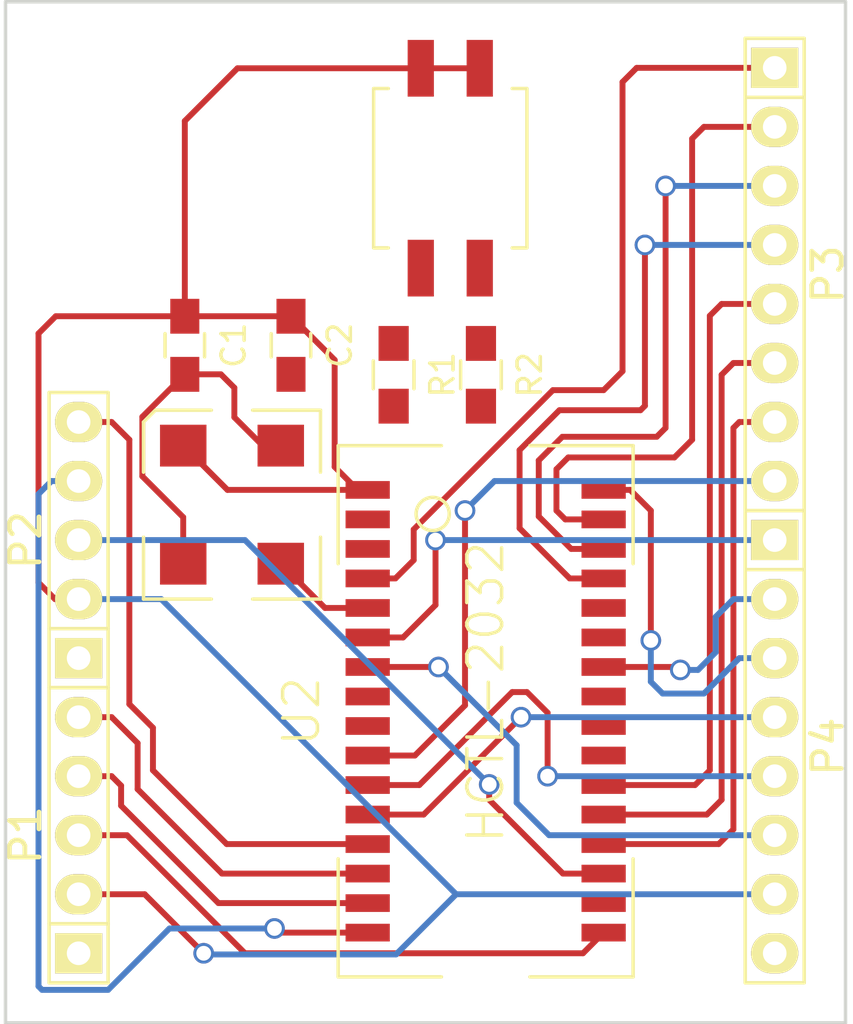
<source format=kicad_pcb>
(kicad_pcb (version 4) (host pcbnew "(2014-08-05 BZR 5054)-product")

  (general
    (links 40)
    (no_connects 9)
    (area 127.585399 90.044199 163.905001 134.136201)
    (thickness 1.6)
    (drawings 4)
    (tracks 169)
    (zones 0)
    (modules 11)
    (nets 35)
  )

  (page A4)
  (layers
    (0 F.Cu signal)
    (31 B.Cu signal)
    (32 B.Adhes user)
    (33 F.Adhes user)
    (34 B.Paste user)
    (35 F.Paste user)
    (36 B.SilkS user)
    (37 F.SilkS user)
    (38 B.Mask user)
    (39 F.Mask user)
    (40 Dwgs.User user)
    (41 Cmts.User user)
    (42 Eco1.User user)
    (43 Eco2.User user)
    (44 Edge.Cuts user)
    (45 Margin user)
    (46 B.CrtYd user)
    (47 F.CrtYd user)
    (48 B.Fab user)
    (49 F.Fab user)
  )

  (setup
    (last_trace_width 0.254)
    (trace_clearance 0.254)
    (zone_clearance 0.508)
    (zone_45_only no)
    (trace_min 0.254)
    (segment_width 0.2)
    (edge_width 0.15)
    (via_size 0.889)
    (via_drill 0.635)
    (via_min_size 0.889)
    (via_min_drill 0.508)
    (uvia_size 0.508)
    (uvia_drill 0.127)
    (uvias_allowed no)
    (uvia_min_size 0.508)
    (uvia_min_drill 0.127)
    (pcb_text_width 0.3)
    (pcb_text_size 1.5 1.5)
    (mod_edge_width 0.15)
    (mod_text_size 1.5 1.5)
    (mod_text_width 0.15)
    (pad_size 1.4 1.4)
    (pad_drill 0.6)
    (pad_to_mask_clearance 0.2)
    (aux_axis_origin 0 0)
    (visible_elements FFFFFFFF)
    (pcbplotparams
      (layerselection 0x00030_80000001)
      (usegerberextensions false)
      (excludeedgelayer true)
      (linewidth 0.100000)
      (plotframeref false)
      (viasonmask false)
      (mode 1)
      (useauxorigin false)
      (hpglpennumber 1)
      (hpglpenspeed 20)
      (hpglpendiameter 15)
      (hpglpenoverlay 2)
      (psnegative false)
      (psa4output false)
      (plotreference true)
      (plotvalue true)
      (plotinvisibletext false)
      (padsonsilk false)
      (subtractmaskfromsilk false)
      (outputformat 1)
      (mirror false)
      (drillshape 1)
      (scaleselection 1)
      (outputdirectory ""))
  )

  (net 0 "")
  (net 1 VCC)
  (net 2 "Net-(C1-Pad2)")
  (net 3 GND)
  (net 4 "Net-(P1-Pad3)")
  (net 5 "Net-(P1-Pad4)")
  (net 6 "Net-(P1-Pad5)")
  (net 7 "Net-(P2-Pad3)")
  (net 8 "Net-(P2-Pad4)")
  (net 9 "Net-(P2-Pad5)")
  (net 10 "Net-(P3-Pad1)")
  (net 11 "Net-(P3-Pad2)")
  (net 12 "Net-(P3-Pad3)")
  (net 13 "Net-(P3-Pad4)")
  (net 14 "Net-(P3-Pad5)")
  (net 15 "Net-(P3-Pad6)")
  (net 16 "Net-(P3-Pad7)")
  (net 17 "Net-(P3-Pad8)")
  (net 18 "Net-(R1-Pad1)")
  (net 19 "Net-(R2-Pad1)")
  (net 20 "Net-(U1-Pad3)")
  (net 21 "Net-(U2-Pad2)")
  (net 22 "Net-(U2-Pad8)")
  (net 23 "Net-(U2-Pad9)")
  (net 24 "Net-(U2-Pad23)")
  (net 25 "Net-(U2-Pad24)")
  (net 26 "Net-(U2-Pad25)")
  (net 27 "Net-(U2-Pad27)")
  (net 28 "Net-(U2-Pad28)")
  (net 29 "Net-(P4-Pad1)")
  (net 30 "Net-(P4-Pad2)")
  (net 31 "Net-(P4-Pad3)")
  (net 32 "Net-(P4-Pad4)")
  (net 33 "Net-(P4-Pad5)")
  (net 34 "Net-(P4-Pad6)")

  (net_class Default "This is the default net class."
    (clearance 0.254)
    (trace_width 0.254)
    (via_dia 0.889)
    (via_drill 0.635)
    (uvia_dia 0.508)
    (uvia_drill 0.127)
    (add_net GND)
    (add_net "Net-(C1-Pad2)")
    (add_net "Net-(P1-Pad3)")
    (add_net "Net-(P1-Pad4)")
    (add_net "Net-(P1-Pad5)")
    (add_net "Net-(P2-Pad3)")
    (add_net "Net-(P2-Pad4)")
    (add_net "Net-(P2-Pad5)")
    (add_net "Net-(P3-Pad1)")
    (add_net "Net-(P3-Pad2)")
    (add_net "Net-(P3-Pad3)")
    (add_net "Net-(P3-Pad4)")
    (add_net "Net-(P3-Pad5)")
    (add_net "Net-(P3-Pad6)")
    (add_net "Net-(P3-Pad7)")
    (add_net "Net-(P3-Pad8)")
    (add_net "Net-(P4-Pad1)")
    (add_net "Net-(P4-Pad2)")
    (add_net "Net-(P4-Pad3)")
    (add_net "Net-(P4-Pad4)")
    (add_net "Net-(P4-Pad5)")
    (add_net "Net-(P4-Pad6)")
    (add_net "Net-(R1-Pad1)")
    (add_net "Net-(R2-Pad1)")
    (add_net "Net-(U1-Pad3)")
    (add_net "Net-(U2-Pad2)")
    (add_net "Net-(U2-Pad23)")
    (add_net "Net-(U2-Pad24)")
    (add_net "Net-(U2-Pad25)")
    (add_net "Net-(U2-Pad27)")
    (add_net "Net-(U2-Pad28)")
    (add_net "Net-(U2-Pad8)")
    (add_net "Net-(U2-Pad9)")
    (add_net VCC)
  )

  (module Capacitors_SMD:C_0805_HandSoldering (layer F.Cu) (tedit 54542039) (tstamp 54540D75)
    (at 135.382 104.902 270)
    (descr "Capacitor SMD 0805, hand soldering")
    (tags "capacitor 0805")
    (path /5452BE4F)
    (attr smd)
    (fp_text reference C1 (at 0 -2.1 270) (layer F.SilkS)
      (effects (font (size 1 1) (thickness 0.15)))
    )
    (fp_text value 100n (at 0 2.1 270) (layer F.SilkS) hide
      (effects (font (size 1 1) (thickness 0.15)))
    )
    (fp_line (start -2.3 -1) (end 2.3 -1) (layer F.CrtYd) (width 0.05))
    (fp_line (start -2.3 1) (end 2.3 1) (layer F.CrtYd) (width 0.05))
    (fp_line (start -2.3 -1) (end -2.3 1) (layer F.CrtYd) (width 0.05))
    (fp_line (start 2.3 -1) (end 2.3 1) (layer F.CrtYd) (width 0.05))
    (fp_line (start 0.5 -0.85) (end -0.5 -0.85) (layer F.SilkS) (width 0.15))
    (fp_line (start -0.5 0.85) (end 0.5 0.85) (layer F.SilkS) (width 0.15))
    (pad 1 smd rect (at -1.25 0 270) (size 1.5 1.25) (layers F.Cu F.Paste F.Mask)
      (net 1 VCC))
    (pad 2 smd rect (at 1.25 0 270) (size 1.5 1.25) (layers F.Cu F.Paste F.Mask)
      (net 2 "Net-(C1-Pad2)"))
    (model Capacitors_SMD/C_0805N.wrl
      (at (xyz 0 0 0))
      (scale (xyz 1 1 1))
      (rotate (xyz 0 0 0))
    )
  )

  (module Capacitors_SMD:C_0805_HandSoldering (layer F.Cu) (tedit 5454205E) (tstamp 54540D81)
    (at 139.954 104.902 270)
    (descr "Capacitor SMD 0805, hand soldering")
    (tags "capacitor 0805")
    (path /54540407)
    (zone_connect 0)
    (attr smd)
    (fp_text reference C2 (at 0 -2.1 270) (layer F.SilkS)
      (effects (font (size 1 1) (thickness 0.15)))
    )
    (fp_text value 10u (at 0 2.1 270) (layer F.SilkS) hide
      (effects (font (size 1 1) (thickness 0.15)))
    )
    (fp_line (start -2.3 -1) (end 2.3 -1) (layer F.CrtYd) (width 0.05))
    (fp_line (start -2.3 1) (end 2.3 1) (layer F.CrtYd) (width 0.05))
    (fp_line (start -2.3 -1) (end -2.3 1) (layer F.CrtYd) (width 0.05))
    (fp_line (start 2.3 -1) (end 2.3 1) (layer F.CrtYd) (width 0.05))
    (fp_line (start 0.5 -0.85) (end -0.5 -0.85) (layer F.SilkS) (width 0.15))
    (fp_line (start -0.5 0.85) (end 0.5 0.85) (layer F.SilkS) (width 0.15))
    (pad 1 smd rect (at -1.25 0 270) (size 1.5 1.25) (layers F.Cu F.Paste F.Mask)
      (net 1 VCC) (zone_connect 0))
    (pad 2 smd rect (at 1.25 0 270) (size 1.5 1.25) (layers F.Cu F.Paste F.Mask)
      (net 3 GND) (zone_connect 0))
    (model Capacitors_SMD/C_0805N.wrl
      (at (xyz 0 0 0))
      (scale (xyz 1 1 1))
      (rotate (xyz 0 0 0))
    )
  )

  (module Pin_Headers:Pin_Header_Straight_1x05 (layer F.Cu) (tedit 54540C34) (tstamp 54540D91)
    (at 130.81 125.984 90)
    (descr "Through hole pin header")
    (tags "pin header")
    (path /5453F872)
    (fp_text reference P1 (at 0 -2.286 90) (layer F.SilkS)
      (effects (font (size 1.27 1.27) (thickness 0.2032)))
    )
    (fp_text value "ENC X" (at 0 0 90) (layer F.SilkS) hide
      (effects (font (size 1.27 1.27) (thickness 0.2032)))
    )
    (fp_line (start -3.81 -1.27) (end 6.35 -1.27) (layer F.SilkS) (width 0.15))
    (fp_line (start 6.35 -1.27) (end 6.35 1.27) (layer F.SilkS) (width 0.15))
    (fp_line (start 6.35 1.27) (end -3.81 1.27) (layer F.SilkS) (width 0.15))
    (fp_line (start -6.35 -1.27) (end -3.81 -1.27) (layer F.SilkS) (width 0.15))
    (fp_line (start -3.81 -1.27) (end -3.81 1.27) (layer F.SilkS) (width 0.15))
    (fp_line (start -6.35 -1.27) (end -6.35 1.27) (layer F.SilkS) (width 0.15))
    (fp_line (start -6.35 1.27) (end -3.81 1.27) (layer F.SilkS) (width 0.15))
    (pad 1 thru_hole rect (at -5.08 0 90) (size 1.7272 2.032) (drill 1.016) (layers *.Cu *.Mask F.SilkS)
      (net 3 GND))
    (pad 2 thru_hole oval (at -2.54 0 90) (size 1.7272 2.032) (drill 1.016) (layers *.Cu *.Mask F.SilkS)
      (net 1 VCC))
    (pad 3 thru_hole oval (at 0 0 90) (size 1.7272 2.032) (drill 1.016) (layers *.Cu *.Mask F.SilkS)
      (net 4 "Net-(P1-Pad3)"))
    (pad 4 thru_hole oval (at 2.54 0 90) (size 1.7272 2.032) (drill 1.016) (layers *.Cu *.Mask F.SilkS)
      (net 5 "Net-(P1-Pad4)"))
    (pad 5 thru_hole oval (at 5.08 0 90) (size 1.7272 2.032) (drill 1.016) (layers *.Cu *.Mask F.SilkS)
      (net 6 "Net-(P1-Pad5)"))
    (model Pin_Headers/Pin_Header_Straight_1x05.wrl
      (at (xyz 0 0 0))
      (scale (xyz 1 1 1))
      (rotate (xyz 0 0 0))
    )
  )

  (module Pin_Headers:Pin_Header_Straight_1x05 (layer F.Cu) (tedit 54540C34) (tstamp 54540DA1)
    (at 130.81 113.284 90)
    (descr "Through hole pin header")
    (tags "pin header")
    (path /5453FA93)
    (fp_text reference P2 (at 0 -2.286 90) (layer F.SilkS)
      (effects (font (size 1.27 1.27) (thickness 0.2032)))
    )
    (fp_text value "ENC Y" (at 0 0 90) (layer F.SilkS) hide
      (effects (font (size 1.27 1.27) (thickness 0.2032)))
    )
    (fp_line (start -3.81 -1.27) (end 6.35 -1.27) (layer F.SilkS) (width 0.15))
    (fp_line (start 6.35 -1.27) (end 6.35 1.27) (layer F.SilkS) (width 0.15))
    (fp_line (start 6.35 1.27) (end -3.81 1.27) (layer F.SilkS) (width 0.15))
    (fp_line (start -6.35 -1.27) (end -3.81 -1.27) (layer F.SilkS) (width 0.15))
    (fp_line (start -3.81 -1.27) (end -3.81 1.27) (layer F.SilkS) (width 0.15))
    (fp_line (start -6.35 -1.27) (end -6.35 1.27) (layer F.SilkS) (width 0.15))
    (fp_line (start -6.35 1.27) (end -3.81 1.27) (layer F.SilkS) (width 0.15))
    (pad 1 thru_hole rect (at -5.08 0 90) (size 1.7272 2.032) (drill 1.016) (layers *.Cu *.Mask F.SilkS)
      (net 3 GND))
    (pad 2 thru_hole oval (at -2.54 0 90) (size 1.7272 2.032) (drill 1.016) (layers *.Cu *.Mask F.SilkS)
      (net 1 VCC))
    (pad 3 thru_hole oval (at 0 0 90) (size 1.7272 2.032) (drill 1.016) (layers *.Cu *.Mask F.SilkS)
      (net 7 "Net-(P2-Pad3)"))
    (pad 4 thru_hole oval (at 2.54 0 90) (size 1.7272 2.032) (drill 1.016) (layers *.Cu *.Mask F.SilkS)
      (net 8 "Net-(P2-Pad4)"))
    (pad 5 thru_hole oval (at 5.08 0 90) (size 1.7272 2.032) (drill 1.016) (layers *.Cu *.Mask F.SilkS)
      (net 9 "Net-(P2-Pad5)"))
    (model Pin_Headers/Pin_Header_Straight_1x05.wrl
      (at (xyz 0 0 0))
      (scale (xyz 1 1 1))
      (rotate (xyz 0 0 0))
    )
  )

  (module Pin_Headers:Pin_Header_Straight_1x08 (layer F.Cu) (tedit 54540C34) (tstamp 54540DB4)
    (at 160.782 101.854 270)
    (descr "Through hole pin header")
    (tags "pin header")
    (path /54540B11)
    (fp_text reference P3 (at 0 -2.286 270) (layer F.SilkS)
      (effects (font (size 1.27 1.27) (thickness 0.2032)))
    )
    (fp_text value "Parallel Out" (at 0 0 270) (layer F.SilkS) hide
      (effects (font (size 1.27 1.27) (thickness 0.2032)))
    )
    (fp_line (start -7.62 -1.27) (end 10.16 -1.27) (layer F.SilkS) (width 0.15))
    (fp_line (start 10.16 -1.27) (end 10.16 1.27) (layer F.SilkS) (width 0.15))
    (fp_line (start 10.16 1.27) (end -7.62 1.27) (layer F.SilkS) (width 0.15))
    (fp_line (start -10.16 -1.27) (end -7.62 -1.27) (layer F.SilkS) (width 0.15))
    (fp_line (start -7.62 -1.27) (end -7.62 1.27) (layer F.SilkS) (width 0.15))
    (fp_line (start -10.16 -1.27) (end -10.16 1.27) (layer F.SilkS) (width 0.15))
    (fp_line (start -10.16 1.27) (end -7.62 1.27) (layer F.SilkS) (width 0.15))
    (pad 1 thru_hole rect (at -8.89 0 270) (size 1.7272 2.032) (drill 1.016) (layers *.Cu *.Mask F.SilkS)
      (net 10 "Net-(P3-Pad1)"))
    (pad 2 thru_hole oval (at -6.35 0 270) (size 1.7272 2.032) (drill 1.016) (layers *.Cu *.Mask F.SilkS)
      (net 11 "Net-(P3-Pad2)"))
    (pad 3 thru_hole oval (at -3.81 0 270) (size 1.7272 2.032) (drill 1.016) (layers *.Cu *.Mask F.SilkS)
      (net 12 "Net-(P3-Pad3)"))
    (pad 4 thru_hole oval (at -1.27 0 270) (size 1.7272 2.032) (drill 1.016) (layers *.Cu *.Mask F.SilkS)
      (net 13 "Net-(P3-Pad4)"))
    (pad 5 thru_hole oval (at 1.27 0 270) (size 1.7272 2.032) (drill 1.016) (layers *.Cu *.Mask F.SilkS)
      (net 14 "Net-(P3-Pad5)"))
    (pad 6 thru_hole oval (at 3.81 0 270) (size 1.7272 2.032) (drill 1.016) (layers *.Cu *.Mask F.SilkS)
      (net 15 "Net-(P3-Pad6)"))
    (pad 7 thru_hole oval (at 6.35 0 270) (size 1.7272 2.032) (drill 1.016) (layers *.Cu *.Mask F.SilkS)
      (net 16 "Net-(P3-Pad7)"))
    (pad 8 thru_hole oval (at 8.89 0 270) (size 1.7272 2.032) (drill 1.016) (layers *.Cu *.Mask F.SilkS)
      (net 17 "Net-(P3-Pad8)"))
    (model Pin_Headers/Pin_Header_Straight_1x08.wrl
      (at (xyz 0 0 0))
      (scale (xyz 1 1 1))
      (rotate (xyz 0 0 0))
    )
  )

  (module Resistors_SMD:R_0805_HandSoldering (layer F.Cu) (tedit 54542044) (tstamp 54540DC0)
    (at 144.3736 106.172 270)
    (descr "Resistor SMD 0805, hand soldering")
    (tags "resistor 0805")
    (path /5452DED4)
    (attr smd)
    (fp_text reference R1 (at 0 -2.1 270) (layer F.SilkS)
      (effects (font (size 1 1) (thickness 0.15)))
    )
    (fp_text value R (at 0 2.1 270) (layer F.SilkS) hide
      (effects (font (size 1 1) (thickness 0.15)))
    )
    (fp_line (start -2.4 -1) (end 2.4 -1) (layer F.CrtYd) (width 0.05))
    (fp_line (start -2.4 1) (end 2.4 1) (layer F.CrtYd) (width 0.05))
    (fp_line (start -2.4 -1) (end -2.4 1) (layer F.CrtYd) (width 0.05))
    (fp_line (start 2.4 -1) (end 2.4 1) (layer F.CrtYd) (width 0.05))
    (fp_line (start 0.6 0.875) (end -0.6 0.875) (layer F.SilkS) (width 0.15))
    (fp_line (start -0.6 -0.875) (end 0.6 -0.875) (layer F.SilkS) (width 0.15))
    (pad 1 smd rect (at -1.35 0 270) (size 1.5 1.3) (layers F.Cu F.Paste F.Mask)
      (net 18 "Net-(R1-Pad1)"))
    (pad 2 smd rect (at 1.35 0 270) (size 1.5 1.3) (layers F.Cu F.Paste F.Mask)
      (net 3 GND))
    (model Resistors_SMD/R_0805.wrl
      (at (xyz 0 0 0))
      (scale (xyz 1 1 1))
      (rotate (xyz 0 0 0))
    )
  )

  (module Resistors_SMD:R_0805_HandSoldering (layer F.Cu) (tedit 5454204D) (tstamp 54540DCC)
    (at 148.1328 106.172 270)
    (descr "Resistor SMD 0805, hand soldering")
    (tags "resistor 0805")
    (path /5452DF32)
    (attr smd)
    (fp_text reference R2 (at 0 -2.1 270) (layer F.SilkS)
      (effects (font (size 1 1) (thickness 0.15)))
    )
    (fp_text value R (at 0 2.1 270) (layer F.SilkS) hide
      (effects (font (size 1 1) (thickness 0.15)))
    )
    (fp_line (start -2.4 -1) (end 2.4 -1) (layer F.CrtYd) (width 0.05))
    (fp_line (start -2.4 1) (end 2.4 1) (layer F.CrtYd) (width 0.05))
    (fp_line (start -2.4 -1) (end -2.4 1) (layer F.CrtYd) (width 0.05))
    (fp_line (start 2.4 -1) (end 2.4 1) (layer F.CrtYd) (width 0.05))
    (fp_line (start 0.6 0.875) (end -0.6 0.875) (layer F.SilkS) (width 0.15))
    (fp_line (start -0.6 -0.875) (end 0.6 -0.875) (layer F.SilkS) (width 0.15))
    (pad 1 smd rect (at -1.35 0 270) (size 1.5 1.3) (layers F.Cu F.Paste F.Mask)
      (net 19 "Net-(R2-Pad1)"))
    (pad 2 smd rect (at 1.35 0 270) (size 1.5 1.3) (layers F.Cu F.Paste F.Mask)
      (net 3 GND))
    (model Resistors_SMD/R_0805.wrl
      (at (xyz 0 0 0))
      (scale (xyz 1 1 1))
      (rotate (xyz 0 0 0))
    )
  )

  (module common-ICs:SMD-219-2MST (layer F.Cu) (tedit 5454207E) (tstamp 54540DDA)
    (at 146.812 97.282)
    (path /5452DDCD)
    (fp_text reference S1 (at 0 7.112) (layer F.SilkS) hide
      (effects (font (size 1.5 1.5) (thickness 0.15)))
    )
    (fp_text value 219-2MST (at 0 -6.731) (layer F.SilkS) hide
      (effects (font (size 1.5 1.5) (thickness 0.15)))
    )
    (fp_line (start -3.302 3.429) (end -2.667 3.429) (layer F.SilkS) (width 0.15))
    (fp_line (start 3.302 3.429) (end 2.667 3.429) (layer F.SilkS) (width 0.15))
    (fp_line (start 3.302 -3.429) (end 2.667 -3.429) (layer F.SilkS) (width 0.15))
    (fp_line (start -3.302 -3.429) (end -2.667 -3.429) (layer F.SilkS) (width 0.15))
    (fp_line (start 3.3 -3.4) (end 3.3 3.4) (layer F.SilkS) (width 0.15))
    (fp_line (start -3.3 -3.4) (end -3.3 3.4) (layer F.SilkS) (width 0.15))
    (pad 3 smd rect (at -1.27 4.3) (size 1.13 2.44) (layers F.Cu F.Paste F.Mask)
      (net 18 "Net-(R1-Pad1)"))
    (pad 2 smd rect (at -1.27 -4.3) (size 1.13 2.44) (layers F.Cu F.Paste F.Mask)
      (net 1 VCC))
    (pad 4 smd rect (at 1.27 4.3) (size 1.13 2.44) (layers F.Cu F.Paste F.Mask)
      (net 19 "Net-(R2-Pad1)"))
    (pad 1 smd rect (at 1.27 -4.3) (size 1.13 2.44) (layers F.Cu F.Paste F.Mask)
      (net 1 VCC))
  )

  (module common-ICs:DFN4-CB3-3C-25M0000 (layer F.Cu) (tedit 54542077) (tstamp 54540DEB)
    (at 137.414 111.76 270)
    (path /5452BCCE)
    (fp_text reference U1 (at 0 5.461 270) (layer F.SilkS) hide
      (effects (font (size 1.5 1.5) (thickness 0.15)))
    )
    (fp_text value CB3-3C-25M0000 (at 0 -5.08 270) (layer F.SilkS) hide
      (effects (font (size 1.5 1.5) (thickness 0.15)))
    )
    (fp_line (start 4.064 0.889) (end 4.064 3.81) (layer F.SilkS) (width 0.15))
    (fp_line (start 4.064 3.81) (end 1.397 3.81) (layer F.SilkS) (width 0.15))
    (fp_line (start 1.397 -3.81) (end 4.064 -3.81) (layer F.SilkS) (width 0.15))
    (fp_line (start 4.064 -3.81) (end 4.064 -0.889) (layer F.SilkS) (width 0.15))
    (fp_line (start -4.064 -0.889) (end -4.064 -3.81) (layer F.SilkS) (width 0.15))
    (fp_line (start -4.064 -3.81) (end -1.397 -3.81) (layer F.SilkS) (width 0.15))
    (fp_line (start -4.064 3.302) (end -4.064 0.889) (layer F.SilkS) (width 0.15))
    (fp_line (start -3.556 3.81) (end -1.397 3.81) (layer F.SilkS) (width 0.15))
    (fp_line (start -3.556 3.81) (end -4.064 3.302) (layer F.SilkS) (width 0.15))
    (pad 1 smd rect (at -2.54 2.1 270) (size 1.8 2) (layers F.Cu F.Paste F.Mask)
      (net 1 VCC))
    (pad 2 smd rect (at -2.54 -2.1 270) (size 1.8 2) (layers F.Cu F.Paste F.Mask)
      (net 2 "Net-(C1-Pad2)"))
    (pad 3 smd rect (at 2.54 -2.1 270) (size 1.8 2) (layers F.Cu F.Paste F.Mask)
      (net 20 "Net-(U1-Pad3)"))
    (pad 2 smd rect (at 2.54 2.1 270) (size 1.8 2) (layers F.Cu F.Paste F.Mask)
      (net 2 "Net-(C1-Pad2)"))
  )

  (module boscch-component-library:SOIC32-HCTL-2032-SC (layer F.Cu) (tedit 5451842F) (tstamp 54540E18)
    (at 148.336 120.65)
    (path /54526DCF)
    (fp_text reference U2 (at -7.93 0 90) (layer F.SilkS)
      (effects (font (size 1.5 1.5) (thickness 0.15)))
    )
    (fp_text value HCTL-2032 (at 0 -0.82 90) (layer F.SilkS)
      (effects (font (size 1.5 1.5) (thickness 0.15)))
    )
    (fp_line (start -1.905 -11.43) (end -6.35 -11.43) (layer F.SilkS) (width 0.15))
    (fp_line (start -6.35 -11.43) (end -6.35 -6.35) (layer F.SilkS) (width 0.15))
    (fp_line (start -1.905 11.43) (end -6.35 11.43) (layer F.SilkS) (width 0.15))
    (fp_line (start -6.35 11.43) (end -6.35 6.35) (layer F.SilkS) (width 0.15))
    (fp_line (start 1.905 11.43) (end 6.35 11.43) (layer F.SilkS) (width 0.15))
    (fp_line (start 6.35 11.43) (end 6.35 6.35) (layer F.SilkS) (width 0.15))
    (fp_line (start 1.905 -11.43) (end 6.35 -11.43) (layer F.SilkS) (width 0.15))
    (fp_line (start 6.35 -11.43) (end 6.35 -6.35) (layer F.SilkS) (width 0.15))
    (fp_circle (center -2.28 -8.49) (end -1.78 -7.98) (layer F.SilkS) (width 0.15))
    (pad 1 smd rect (at -5.08 -9.525) (size 1.905 0.762) (layers F.Cu F.Paste F.Mask)
      (net 1 VCC))
    (pad 2 smd rect (at -5.08 -8.255) (size 1.905 0.762) (layers F.Cu F.Paste F.Mask)
      (net 21 "Net-(U2-Pad2)"))
    (pad 3 smd rect (at -5.08 -6.985) (size 1.905 0.762) (layers F.Cu F.Paste F.Mask)
      (net 18 "Net-(R1-Pad1)"))
    (pad 4 smd rect (at -5.08 -5.715) (size 1.905 0.762) (layers F.Cu F.Paste F.Mask)
      (net 10 "Net-(P3-Pad1)"))
    (pad 5 smd rect (at -5.08 -4.445) (size 1.905 0.762) (layers F.Cu F.Paste F.Mask)
      (net 20 "Net-(U1-Pad3)"))
    (pad 6 smd rect (at -5.08 -3.175) (size 1.905 0.762) (layers F.Cu F.Paste F.Mask)
      (net 29 "Net-(P4-Pad1)"))
    (pad 7 smd rect (at -5.08 -1.905) (size 1.905 0.762) (layers F.Cu F.Paste F.Mask)
      (net 34 "Net-(P4-Pad6)"))
    (pad 8 smd rect (at -5.08 -0.635) (size 1.905 0.762) (layers F.Cu F.Paste F.Mask)
      (net 22 "Net-(U2-Pad8)"))
    (pad 9 smd rect (at -5.08 0.635) (size 1.905 0.762) (layers F.Cu F.Paste F.Mask)
      (net 23 "Net-(U2-Pad9)"))
    (pad 10 smd rect (at -5.08 1.905) (size 1.905 0.762) (layers F.Cu F.Paste F.Mask)
      (net 17 "Net-(P3-Pad8)"))
    (pad 11 smd rect (at -5.08 3.175) (size 1.905 0.762) (layers F.Cu F.Paste F.Mask)
      (net 33 "Net-(P4-Pad5)"))
    (pad 12 smd rect (at -5.08 4.445) (size 1.905 0.762) (layers F.Cu F.Paste F.Mask)
      (net 32 "Net-(P4-Pad4)"))
    (pad 13 smd rect (at -5.08 5.715) (size 1.905 0.762) (layers F.Cu F.Paste F.Mask)
      (net 9 "Net-(P2-Pad5)"))
    (pad 14 smd rect (at -5.08 6.985) (size 1.905 0.762) (layers F.Cu F.Paste F.Mask)
      (net 6 "Net-(P1-Pad5)"))
    (pad 15 smd rect (at -5.08 8.255) (size 1.905 0.762) (layers F.Cu F.Paste F.Mask)
      (net 5 "Net-(P1-Pad4)"))
    (pad 16 smd rect (at -5.08 9.525) (size 1.905 0.762) (layers F.Cu F.Paste F.Mask)
      (net 8 "Net-(P2-Pad4)"))
    (pad 17 smd rect (at 5.08 9.525) (size 1.905 0.762) (layers F.Cu F.Paste F.Mask)
      (net 4 "Net-(P1-Pad3)"))
    (pad 18 smd rect (at 5.08 8.255) (size 1.905 0.762) (layers F.Cu F.Paste F.Mask)
      (net 3 GND))
    (pad 19 smd rect (at 5.08 6.985) (size 1.905 0.762) (layers F.Cu F.Paste F.Mask)
      (net 7 "Net-(P2-Pad3)"))
    (pad 20 smd rect (at 5.08 5.715) (size 1.905 0.762) (layers F.Cu F.Paste F.Mask)
      (net 16 "Net-(P3-Pad7)"))
    (pad 21 smd rect (at 5.08 4.445) (size 1.905 0.762) (layers F.Cu F.Paste F.Mask)
      (net 15 "Net-(P3-Pad6)"))
    (pad 22 smd rect (at 5.08 3.175) (size 1.905 0.762) (layers F.Cu F.Paste F.Mask)
      (net 14 "Net-(P3-Pad5)"))
    (pad 23 smd rect (at 5.08 1.905) (size 1.905 0.762) (layers F.Cu F.Paste F.Mask)
      (net 24 "Net-(U2-Pad23)"))
    (pad 24 smd rect (at 5.08 0.635) (size 1.905 0.762) (layers F.Cu F.Paste F.Mask)
      (net 25 "Net-(U2-Pad24)"))
    (pad 25 smd rect (at 5.08 -0.635) (size 1.905 0.762) (layers F.Cu F.Paste F.Mask)
      (net 26 "Net-(U2-Pad25)"))
    (pad 26 smd rect (at 5.08 -1.905) (size 1.905 0.762) (layers F.Cu F.Paste F.Mask)
      (net 30 "Net-(P4-Pad2)"))
    (pad 27 smd rect (at 5.08 -3.175) (size 1.905 0.762) (layers F.Cu F.Paste F.Mask)
      (net 27 "Net-(U2-Pad27)"))
    (pad 28 smd rect (at 5.08 -4.445) (size 1.905 0.762) (layers F.Cu F.Paste F.Mask)
      (net 28 "Net-(U2-Pad28)"))
    (pad 29 smd rect (at 5.08 -5.715) (size 1.905 0.762) (layers F.Cu F.Paste F.Mask)
      (net 13 "Net-(P3-Pad4)"))
    (pad 30 smd rect (at 5.08 -6.985) (size 1.905 0.762) (layers F.Cu F.Paste F.Mask)
      (net 12 "Net-(P3-Pad3)"))
    (pad 31 smd rect (at 5.08 -8.255) (size 1.905 0.762) (layers F.Cu F.Paste F.Mask)
      (net 11 "Net-(P3-Pad2)"))
    (pad 32 smd rect (at 5.08 -9.525) (size 1.905 0.762) (layers F.Cu F.Paste F.Mask)
      (net 31 "Net-(P4-Pad3)"))
  )

  (module Pin_Headers:Pin_Header_Straight_1x08 (layer F.Cu) (tedit 545410F5) (tstamp 54541489)
    (at 160.782 122.174 270)
    (descr "Through hole pin header")
    (tags "pin header")
    (path /545433C3)
    (fp_text reference P4 (at 0 -2.286 270) (layer F.SilkS)
      (effects (font (size 1.27 1.27) (thickness 0.2032)))
    )
    (fp_text value "Parallel Out" (at 0 0 270) (layer F.SilkS) hide
      (effects (font (size 1.27 1.27) (thickness 0.2032)))
    )
    (fp_line (start -7.62 -1.27) (end 10.16 -1.27) (layer F.SilkS) (width 0.15))
    (fp_line (start 10.16 -1.27) (end 10.16 1.27) (layer F.SilkS) (width 0.15))
    (fp_line (start 10.16 1.27) (end -7.62 1.27) (layer F.SilkS) (width 0.15))
    (fp_line (start -10.16 -1.27) (end -7.62 -1.27) (layer F.SilkS) (width 0.15))
    (fp_line (start -7.62 -1.27) (end -7.62 1.27) (layer F.SilkS) (width 0.15))
    (fp_line (start -10.16 -1.27) (end -10.16 1.27) (layer F.SilkS) (width 0.15))
    (fp_line (start -10.16 1.27) (end -7.62 1.27) (layer F.SilkS) (width 0.15))
    (pad 1 thru_hole rect (at -8.89 0 270) (size 1.7272 2.032) (drill 1.016) (layers *.Cu *.Mask F.SilkS)
      (net 29 "Net-(P4-Pad1)"))
    (pad 2 thru_hole oval (at -6.35 0 270) (size 1.7272 2.032) (drill 1.016) (layers *.Cu *.Mask F.SilkS)
      (net 30 "Net-(P4-Pad2)"))
    (pad 3 thru_hole oval (at -3.81 0 270) (size 1.7272 2.032) (drill 1.016) (layers *.Cu *.Mask F.SilkS)
      (net 31 "Net-(P4-Pad3)"))
    (pad 4 thru_hole oval (at -1.27 0 270) (size 1.7272 2.032) (drill 1.016) (layers *.Cu *.Mask F.SilkS)
      (net 32 "Net-(P4-Pad4)"))
    (pad 5 thru_hole oval (at 1.27 0 270) (size 1.7272 2.032) (drill 1.016) (layers *.Cu *.Mask F.SilkS)
      (net 33 "Net-(P4-Pad5)"))
    (pad 6 thru_hole oval (at 3.81 0 270) (size 1.7272 2.032) (drill 1.016) (layers *.Cu *.Mask F.SilkS)
      (net 34 "Net-(P4-Pad6)"))
    (pad 7 thru_hole oval (at 6.35 0 270) (size 1.7272 2.032) (drill 1.016) (layers *.Cu *.Mask F.SilkS)
      (net 1 VCC))
    (pad 8 thru_hole oval (at 8.89 0 270) (size 1.7272 2.032) (drill 1.016) (layers *.Cu *.Mask F.SilkS)
      (net 3 GND))
    (model Pin_Headers/Pin_Header_Straight_1x08.wrl
      (at (xyz 0 0 0))
      (scale (xyz 1 1 1))
      (rotate (xyz 0 0 0))
    )
  )

  (gr_line (start 127.6604 134.0612) (end 163.83 134.0612) (angle 90) (layer Edge.Cuts) (width 0.15))
  (gr_line (start 127.6604 90.1192) (end 127.6604 134.0612) (angle 90) (layer Edge.Cuts) (width 0.15))
  (gr_line (start 163.83 90.1192) (end 127.6604 90.1192) (angle 90) (layer Edge.Cuts) (width 0.15))
  (gr_line (start 163.83 134.0612) (end 163.83 90.1192) (angle 90) (layer Edge.Cuts) (width 0.15))

  (segment (start 143.256 111.125) (end 142.8242 111.125) (width 0.254) (layer F.Cu) (net 1))
  (segment (start 142.8242 111.125) (end 141.8336 110.1344) (width 0.254) (layer F.Cu) (net 1) (tstamp 54541E8C))
  (segment (start 141.8336 105.5316) (end 139.954 103.652) (width 0.254) (layer F.Cu) (net 1) (tstamp 54541E95))
  (segment (start 141.8336 110.1344) (end 141.8336 105.5316) (width 0.254) (layer F.Cu) (net 1) (tstamp 54541E92))
  (segment (start 130.81 115.824) (end 129.794 115.824) (width 0.254) (layer F.Cu) (net 1))
  (segment (start 129.8248 103.652) (end 135.382 103.652) (width 0.254) (layer F.Cu) (net 1) (tstamp 54541E32))
  (segment (start 129.0828 104.394) (end 129.8248 103.652) (width 0.254) (layer F.Cu) (net 1) (tstamp 54541E2F))
  (segment (start 129.0828 115.1128) (end 129.0828 104.394) (width 0.254) (layer F.Cu) (net 1) (tstamp 54541E27))
  (segment (start 129.794 115.824) (end 129.0828 115.1128) (width 0.254) (layer F.Cu) (net 1) (tstamp 54541E21))
  (segment (start 160.782 128.524) (end 147.066 128.524) (width 0.254) (layer B.Cu) (net 1))
  (segment (start 147.066 128.524) (end 134.366 115.824) (width 0.254) (layer B.Cu) (net 1) (tstamp 54541DFB))
  (segment (start 134.366 115.824) (end 130.81 115.824) (width 0.254) (layer B.Cu) (net 1) (tstamp 54541E07))
  (segment (start 130.81 128.524) (end 133.6548 128.524) (width 0.254) (layer F.Cu) (net 1))
  (segment (start 144.4752 131.1148) (end 147.066 128.524) (width 0.254) (layer B.Cu) (net 1) (tstamp 54541DEA))
  (segment (start 136.2456 131.1148) (end 144.4752 131.1148) (width 0.254) (layer B.Cu) (net 1) (tstamp 54541DE2))
  (segment (start 136.1948 131.064) (end 136.2456 131.1148) (width 0.254) (layer B.Cu) (net 1) (tstamp 54541DE1))
  (via (at 136.1948 131.064) (size 0.889) (layers F.Cu B.Cu) (net 1))
  (segment (start 133.6548 128.524) (end 136.1948 131.064) (width 0.254) (layer F.Cu) (net 1) (tstamp 54541DC6))
  (segment (start 145.542 92.982) (end 148.082 92.982) (width 0.254) (layer F.Cu) (net 1))
  (segment (start 135.382 103.652) (end 135.382 95.25) (width 0.254) (layer F.Cu) (net 1))
  (segment (start 135.382 95.25) (end 137.65 92.982) (width 0.254) (layer F.Cu) (net 1) (tstamp 54541DB1))
  (segment (start 137.65 92.982) (end 145.542 92.982) (width 0.254) (layer F.Cu) (net 1) (tstamp 54541DBA))
  (segment (start 135.382 103.652) (end 139.954 103.652) (width 0.254) (layer F.Cu) (net 1))
  (segment (start 143.256 111.125) (end 137.219 111.125) (width 0.254) (layer F.Cu) (net 1))
  (segment (start 137.219 111.125) (end 135.314 109.22) (width 0.254) (layer F.Cu) (net 1) (tstamp 54541D88))
  (segment (start 135.314 114.3) (end 135.314 112.301598) (width 0.254) (layer F.Cu) (net 2))
  (segment (start 133.5532 107.9808) (end 135.382 106.152) (width 0.254) (layer F.Cu) (net 2) (tstamp 54541E7C))
  (segment (start 133.5532 110.540798) (end 133.5532 107.9808) (width 0.254) (layer F.Cu) (net 2) (tstamp 54541E76))
  (segment (start 135.314 112.301598) (end 133.5532 110.540798) (width 0.254) (layer F.Cu) (net 2) (tstamp 54541E6D))
  (segment (start 139.514 109.22) (end 138.7348 109.22) (width 0.254) (layer F.Cu) (net 2))
  (segment (start 138.7348 109.22) (end 137.5156 108.0008) (width 0.254) (layer F.Cu) (net 2) (tstamp 54541D9F))
  (segment (start 137.5156 108.0008) (end 137.5156 106.7308) (width 0.254) (layer F.Cu) (net 2) (tstamp 54541DA3))
  (segment (start 137.5156 106.7308) (end 136.9368 106.152) (width 0.254) (layer F.Cu) (net 2) (tstamp 54541DA6))
  (segment (start 136.9368 106.152) (end 135.382 106.152) (width 0.254) (layer F.Cu) (net 2) (tstamp 54541DA8))
  (segment (start 130.81 125.984) (end 132.8928 125.984) (width 0.254) (layer F.Cu) (net 4))
  (segment (start 152.527 131.064) (end 153.416 130.175) (width 0.254) (layer F.Cu) (net 4) (tstamp 54541C09))
  (segment (start 137.9728 131.064) (end 152.527 131.064) (width 0.254) (layer F.Cu) (net 4) (tstamp 54541C07))
  (segment (start 132.8928 125.984) (end 137.9728 131.064) (width 0.254) (layer F.Cu) (net 4) (tstamp 54541BFC))
  (segment (start 130.81 123.444) (end 132.2324 123.444) (width 0.254) (layer F.Cu) (net 5))
  (segment (start 136.8298 128.905) (end 143.256 128.905) (width 0.254) (layer F.Cu) (net 5) (tstamp 54541BF1))
  (segment (start 132.6388 124.714) (end 136.8298 128.905) (width 0.254) (layer F.Cu) (net 5) (tstamp 54541BED))
  (segment (start 132.6388 123.8504) (end 132.6388 124.714) (width 0.254) (layer F.Cu) (net 5) (tstamp 54541BE8))
  (segment (start 132.2324 123.444) (end 132.6388 123.8504) (width 0.254) (layer F.Cu) (net 5) (tstamp 54541BDD))
  (segment (start 143.256 127.635) (end 136.9822 127.635) (width 0.254) (layer F.Cu) (net 6))
  (segment (start 132.2324 120.904) (end 130.81 120.904) (width 0.254) (layer F.Cu) (net 6) (tstamp 54541C28))
  (segment (start 133.35 122.0216) (end 132.2324 120.904) (width 0.254) (layer F.Cu) (net 6) (tstamp 54541C26))
  (segment (start 133.35 124.0028) (end 133.35 122.0216) (width 0.254) (layer F.Cu) (net 6) (tstamp 54541C23))
  (segment (start 136.9822 127.635) (end 133.35 124.0028) (width 0.254) (layer F.Cu) (net 6) (tstamp 54541C1E))
  (segment (start 153.416 127.635) (end 151.6634 127.635) (width 0.254) (layer F.Cu) (net 7))
  (segment (start 137.9728 113.284) (end 130.81 113.284) (width 0.254) (layer B.Cu) (net 7) (tstamp 54541AB6))
  (segment (start 148.4884 123.7996) (end 137.9728 113.284) (width 0.254) (layer B.Cu) (net 7) (tstamp 54541AB5))
  (via (at 148.4884 123.7996) (size 0.889) (layers F.Cu B.Cu) (net 7))
  (segment (start 148.4884 124.46) (end 148.4884 123.7996) (width 0.254) (layer F.Cu) (net 7) (tstamp 54541AB3))
  (segment (start 151.6634 127.635) (end 148.4884 124.46) (width 0.254) (layer F.Cu) (net 7) (tstamp 54541AA7))
  (segment (start 143.256 130.175) (end 139.4206 130.175) (width 0.254) (layer F.Cu) (net 8))
  (segment (start 129.6416 110.744) (end 130.81 110.744) (width 0.254) (layer B.Cu) (net 8) (tstamp 54541F1E))
  (segment (start 129.0828 111.3028) (end 129.6416 110.744) (width 0.254) (layer B.Cu) (net 8) (tstamp 54541F1B))
  (segment (start 129.0828 132.4864) (end 129.0828 111.3028) (width 0.254) (layer B.Cu) (net 8) (tstamp 54541F10))
  (segment (start 129.2352 132.6388) (end 129.0828 132.4864) (width 0.254) (layer B.Cu) (net 8) (tstamp 54541F0F))
  (segment (start 132.08 132.6388) (end 129.2352 132.6388) (width 0.254) (layer B.Cu) (net 8) (tstamp 54541F09))
  (segment (start 134.7216 129.9972) (end 132.08 132.6388) (width 0.254) (layer B.Cu) (net 8) (tstamp 54541ECE))
  (segment (start 139.2428 129.9972) (end 134.7216 129.9972) (width 0.254) (layer B.Cu) (net 8) (tstamp 54541ECD))
  (via (at 139.2428 129.9972) (size 0.889) (layers F.Cu B.Cu) (net 8))
  (segment (start 139.4206 130.175) (end 139.2428 129.9972) (width 0.254) (layer F.Cu) (net 8) (tstamp 54541EC9))
  (segment (start 143.256 126.365) (end 137.1854 126.365) (width 0.254) (layer F.Cu) (net 9))
  (segment (start 132.2324 108.204) (end 130.81 108.204) (width 0.254) (layer F.Cu) (net 9) (tstamp 54541C45))
  (segment (start 132.9944 108.966) (end 132.2324 108.204) (width 0.254) (layer F.Cu) (net 9) (tstamp 54541C42))
  (segment (start 132.9944 120.3452) (end 132.9944 108.966) (width 0.254) (layer F.Cu) (net 9) (tstamp 54541C3E))
  (segment (start 134.0104 121.3612) (end 132.9944 120.3452) (width 0.254) (layer F.Cu) (net 9) (tstamp 54541C38))
  (segment (start 134.0104 123.19) (end 134.0104 121.3612) (width 0.254) (layer F.Cu) (net 9) (tstamp 54541C34))
  (segment (start 137.1854 126.365) (end 134.0104 123.19) (width 0.254) (layer F.Cu) (net 9) (tstamp 54541C2F))
  (segment (start 154.8384 92.964) (end 160.782 92.964) (width 0.254) (layer F.Cu) (net 10) (tstamp 54541CDF))
  (segment (start 154.2288 93.5736) (end 154.8384 92.964) (width 0.254) (layer F.Cu) (net 10) (tstamp 54541CDB))
  (segment (start 154.2288 106.0196) (end 154.2288 93.5736) (width 0.254) (layer F.Cu) (net 10) (tstamp 54541CDA))
  (segment (start 153.416 106.8324) (end 154.2288 106.0196) (width 0.254) (layer F.Cu) (net 10) (tstamp 54541CD8))
  (segment (start 151.2316 106.8324) (end 153.416 106.8324) (width 0.254) (layer F.Cu) (net 10) (tstamp 54541CD6))
  (segment (start 145.2372 112.8268) (end 151.2316 106.8324) (width 0.254) (layer F.Cu) (net 10) (tstamp 54541CD4))
  (segment (start 145.2372 114.1476) (end 145.2372 112.8268) (width 0.254) (layer F.Cu) (net 10) (tstamp 54541CD3))
  (segment (start 144.4498 114.935) (end 145.2372 114.1476) (width 0.254) (layer F.Cu) (net 10) (tstamp 54541CD2))
  (segment (start 143.256 114.935) (end 144.4498 114.935) (width 0.254) (layer F.Cu) (net 10))
  (segment (start 153.416 112.395) (end 151.765 112.395) (width 0.254) (layer F.Cu) (net 11) (status 10))
  (segment (start 157.734 95.504) (end 160.782 95.504) (width 0.254) (layer F.Cu) (net 11) (tstamp 5454163B))
  (segment (start 157.226 96.012) (end 157.734 95.504) (width 0.254) (layer F.Cu) (net 11) (tstamp 5454163A))
  (segment (start 157.226 108.966) (end 157.226 96.012) (width 0.254) (layer F.Cu) (net 11) (tstamp 54541639))
  (segment (start 156.464 109.728) (end 157.226 108.966) (width 0.254) (layer F.Cu) (net 11) (tstamp 54541638))
  (segment (start 151.892 109.728) (end 156.464 109.728) (width 0.254) (layer F.Cu) (net 11) (tstamp 54541637))
  (segment (start 151.384 110.236) (end 151.892 109.728) (width 0.254) (layer F.Cu) (net 11) (tstamp 54541636))
  (segment (start 151.384 112.014) (end 151.384 110.236) (width 0.254) (layer F.Cu) (net 11) (tstamp 54541635))
  (segment (start 151.765 112.395) (end 151.384 112.014) (width 0.254) (layer F.Cu) (net 11) (tstamp 54541634))
  (segment (start 153.416 113.665) (end 152.019 113.665) (width 0.254) (layer F.Cu) (net 12) (status 10))
  (segment (start 156.083 98.044) (end 160.782 98.044) (width 0.254) (layer B.Cu) (net 12) (tstamp 5454171A))
  (via (at 156.083 98.044) (size 0.889) (layers F.Cu B.Cu) (net 12))
  (segment (start 156.083 108.458) (end 156.083 98.044) (width 0.254) (layer F.Cu) (net 12) (tstamp 54541707))
  (segment (start 155.702 108.839) (end 156.083 108.458) (width 0.254) (layer F.Cu) (net 12) (tstamp 54541703))
  (segment (start 151.638 108.839) (end 155.702 108.839) (width 0.254) (layer F.Cu) (net 12) (tstamp 54541700))
  (segment (start 150.622 109.855) (end 151.638 108.839) (width 0.254) (layer F.Cu) (net 12) (tstamp 545416FD))
  (segment (start 150.622 112.268) (end 150.622 109.855) (width 0.254) (layer F.Cu) (net 12) (tstamp 545416FB))
  (segment (start 152.019 113.665) (end 150.622 112.268) (width 0.254) (layer F.Cu) (net 12) (tstamp 545416F8))
  (segment (start 153.416 114.935) (end 151.9555 114.935) (width 0.254) (layer F.Cu) (net 13))
  (segment (start 155.194 100.584) (end 160.782 100.584) (width 0.254) (layer B.Cu) (net 13) (tstamp 54541A98))
  (via (at 155.194 100.584) (size 0.889) (layers F.Cu B.Cu) (net 13))
  (segment (start 155.194 107.5055) (end 155.194 100.584) (width 0.254) (layer F.Cu) (net 13) (tstamp 54541A91))
  (segment (start 155.0035 107.696) (end 155.194 107.5055) (width 0.254) (layer F.Cu) (net 13) (tstamp 54541A8A))
  (segment (start 151.511 107.696) (end 155.0035 107.696) (width 0.254) (layer F.Cu) (net 13) (tstamp 54541A88))
  (segment (start 149.7965 109.4105) (end 151.511 107.696) (width 0.254) (layer F.Cu) (net 13) (tstamp 54541A83))
  (segment (start 149.7965 112.776) (end 149.7965 109.4105) (width 0.254) (layer F.Cu) (net 13) (tstamp 54541A80))
  (segment (start 151.9555 114.935) (end 149.7965 112.776) (width 0.254) (layer F.Cu) (net 13) (tstamp 54541A79))
  (segment (start 160.782 103.124) (end 158.496 103.124) (width 0.254) (layer F.Cu) (net 14))
  (segment (start 157.353 123.825) (end 153.416 123.825) (width 0.254) (layer F.Cu) (net 14) (tstamp 545415DF) (status 20))
  (segment (start 157.987996 123.190004) (end 157.353 123.825) (width 0.254) (layer F.Cu) (net 14) (tstamp 545415DE))
  (segment (start 157.987996 103.632004) (end 157.987996 123.190004) (width 0.254) (layer F.Cu) (net 14) (tstamp 545415DD))
  (segment (start 158.496 103.124) (end 157.987996 103.632004) (width 0.254) (layer F.Cu) (net 14) (tstamp 545415DC))
  (segment (start 153.416 125.095) (end 157.861 125.095) (width 0.254) (layer F.Cu) (net 15) (status 10))
  (segment (start 159.004 105.664) (end 160.782 105.664) (width 0.254) (layer F.Cu) (net 15) (tstamp 545415C7))
  (segment (start 158.495998 106.172002) (end 159.004 105.664) (width 0.254) (layer F.Cu) (net 15) (tstamp 545415C6))
  (segment (start 158.495998 124.460002) (end 158.495998 106.172002) (width 0.254) (layer F.Cu) (net 15) (tstamp 545415C5))
  (segment (start 157.861 125.095) (end 158.495998 124.460002) (width 0.254) (layer F.Cu) (net 15) (tstamp 545415C4))
  (segment (start 153.416 126.365) (end 158.369 126.365) (width 0.254) (layer F.Cu) (net 16) (status 10))
  (segment (start 159.258 108.204) (end 160.782 108.204) (width 0.254) (layer F.Cu) (net 16) (tstamp 545415C1))
  (segment (start 159.004 108.458) (end 159.258 108.204) (width 0.254) (layer F.Cu) (net 16) (tstamp 545415C0))
  (segment (start 159.004 125.73) (end 159.004 108.458) (width 0.254) (layer F.Cu) (net 16) (tstamp 545415BF))
  (segment (start 158.369 126.365) (end 159.004 125.73) (width 0.254) (layer F.Cu) (net 16) (tstamp 545415BE))
  (segment (start 143.256 122.555) (end 145.288 122.555) (width 0.254) (layer F.Cu) (net 17))
  (segment (start 148.717 110.744) (end 160.782 110.744) (width 0.254) (layer B.Cu) (net 17) (tstamp 5454185E))
  (segment (start 147.447 112.014) (end 148.717 110.744) (width 0.254) (layer B.Cu) (net 17) (tstamp 5454185D))
  (via (at 147.447 112.014) (size 0.889) (layers F.Cu B.Cu) (net 17))
  (segment (start 147.447 120.396) (end 147.447 112.014) (width 0.254) (layer F.Cu) (net 17) (tstamp 5454184B))
  (segment (start 145.288 122.555) (end 147.447 120.396) (width 0.254) (layer F.Cu) (net 17) (tstamp 54541847))
  (segment (start 143.256 116.205) (end 141.419 116.205) (width 0.254) (layer F.Cu) (net 20) (status 10))
  (segment (start 141.419 116.205) (end 139.514 114.3) (width 0.254) (layer F.Cu) (net 20) (tstamp 545415FF))
  (segment (start 143.256 117.475) (end 144.78 117.475) (width 0.254) (layer F.Cu) (net 29))
  (segment (start 146.177 113.284) (end 160.782 113.284) (width 0.254) (layer B.Cu) (net 29) (tstamp 545417F3))
  (via (at 146.177 113.284) (size 0.889) (layers F.Cu B.Cu) (net 29))
  (segment (start 146.177 116.078) (end 146.177 113.284) (width 0.254) (layer F.Cu) (net 29) (tstamp 545417F0))
  (segment (start 144.78 117.475) (end 146.177 116.078) (width 0.254) (layer F.Cu) (net 29) (tstamp 545417EF))
  (segment (start 153.416 118.745) (end 156.591 118.745) (width 0.254) (layer F.Cu) (net 30) (status 10))
  (segment (start 159.004 115.824) (end 160.782 115.824) (width 0.254) (layer B.Cu) (net 30) (tstamp 545415E8))
  (segment (start 158.242 116.586) (end 159.004 115.824) (width 0.254) (layer B.Cu) (net 30) (tstamp 545415E7))
  (segment (start 158.242 118.11) (end 158.242 116.586) (width 0.254) (layer B.Cu) (net 30) (tstamp 545415E6))
  (segment (start 157.48 118.872) (end 158.242 118.11) (width 0.254) (layer B.Cu) (net 30) (tstamp 545415E5))
  (segment (start 156.718 118.872) (end 157.48 118.872) (width 0.254) (layer B.Cu) (net 30) (tstamp 545415E4))
  (via (at 156.718 118.872) (size 0.889) (layers F.Cu B.Cu) (net 30))
  (segment (start 156.591 118.745) (end 156.718 118.872) (width 0.254) (layer F.Cu) (net 30) (tstamp 545415E2))
  (segment (start 153.416 111.125) (end 154.559 111.125) (width 0.254) (layer F.Cu) (net 31) (status 10))
  (segment (start 159.258 118.364) (end 160.782 118.364) (width 0.254) (layer B.Cu) (net 31) (tstamp 54541622))
  (segment (start 157.734 119.888) (end 159.258 118.364) (width 0.254) (layer B.Cu) (net 31) (tstamp 54541620))
  (segment (start 155.956 119.888) (end 157.734 119.888) (width 0.254) (layer B.Cu) (net 31) (tstamp 5454161F))
  (segment (start 155.448 119.38) (end 155.956 119.888) (width 0.254) (layer B.Cu) (net 31) (tstamp 5454161E))
  (segment (start 155.448 117.602) (end 155.448 119.38) (width 0.254) (layer B.Cu) (net 31) (tstamp 5454161D))
  (via (at 155.448 117.602) (size 0.889) (layers F.Cu B.Cu) (net 31))
  (segment (start 155.448 112.014) (end 155.448 117.602) (width 0.254) (layer F.Cu) (net 31) (tstamp 5454161B))
  (segment (start 154.559 111.125) (end 155.448 112.014) (width 0.254) (layer F.Cu) (net 31) (tstamp 5454161A))
  (segment (start 143.256 125.095) (end 145.669 125.095) (width 0.254) (layer F.Cu) (net 32) (status 10))
  (segment (start 149.86 120.904) (end 160.782 120.904) (width 0.254) (layer B.Cu) (net 32) (tstamp 545415EF))
  (via (at 149.86 120.904) (size 0.889) (layers F.Cu B.Cu) (net 32))
  (segment (start 145.669 125.095) (end 149.86 120.904) (width 0.254) (layer F.Cu) (net 32) (tstamp 545415EC))
  (via (at 151.003 123.444) (size 0.889) (layers F.Cu B.Cu) (net 33))
  (segment (start 145.4785 123.825) (end 149.479 119.8245) (width 0.254) (layer F.Cu) (net 33) (tstamp 54541A31))
  (segment (start 149.479 119.8245) (end 150.114 119.8245) (width 0.254) (layer F.Cu) (net 33) (tstamp 54541A37))
  (segment (start 150.114 119.8245) (end 151.003 120.7135) (width 0.254) (layer F.Cu) (net 33) (tstamp 54541A39))
  (segment (start 151.003 120.7135) (end 151.003 123.444) (width 0.254) (layer F.Cu) (net 33) (tstamp 54541A3A))
  (segment (start 143.256 123.825) (end 145.4785 123.825) (width 0.254) (layer F.Cu) (net 33))
  (segment (start 151.003 123.444) (end 160.782 123.444) (width 0.254) (layer B.Cu) (net 33) (tstamp 54541A47))
  (segment (start 160.782 125.984) (end 151.0665 125.984) (width 0.254) (layer B.Cu) (net 34))
  (segment (start 146.304 118.745) (end 143.256 118.745) (width 0.254) (layer F.Cu) (net 34) (tstamp 54541A65))
  (via (at 146.304 118.745) (size 0.889) (layers F.Cu B.Cu) (net 34))
  (segment (start 149.6695 122.1105) (end 146.304 118.745) (width 0.254) (layer B.Cu) (net 34) (tstamp 54541A5A))
  (segment (start 149.6695 124.587) (end 149.6695 122.1105) (width 0.254) (layer B.Cu) (net 34) (tstamp 54541A58))
  (segment (start 151.0665 125.984) (end 149.6695 124.587) (width 0.254) (layer B.Cu) (net 34) (tstamp 54541A4E))

)

</source>
